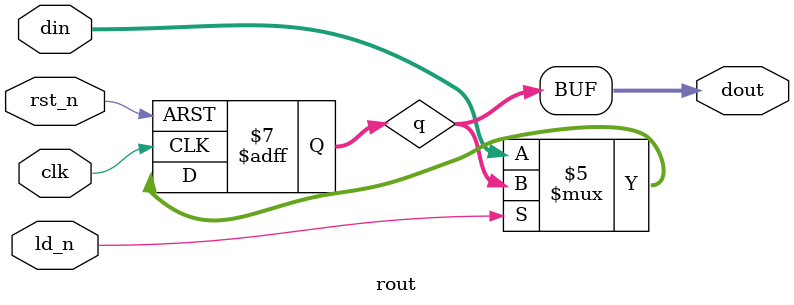
<source format=v>
module rout(
	input clk,
	input rst_n,
	input ld_n,
	input [3:0] din,
	output [3:0] dout
	);
	
	reg [3:0] q;
	always @(posedge clk or negedge rst_n)begin
		if(!rst_n)
			q <= 0;
		else if(!ld_n)
			q <= din;
		else
			q <= q;	
	end
	
	assign dout = q;
	
endmodule
</source>
